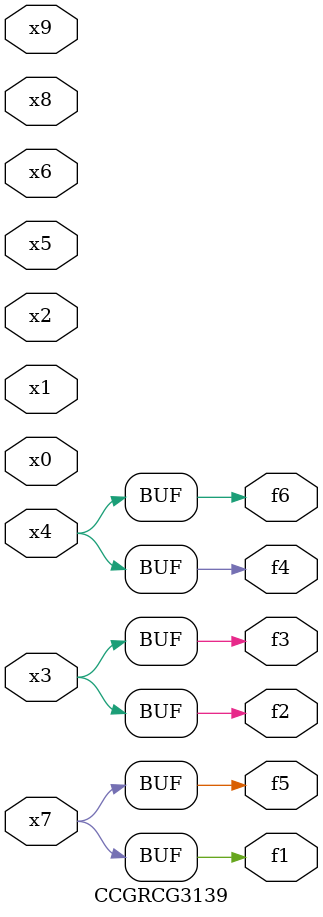
<source format=v>
module CCGRCG3139(
	input x0, x1, x2, x3, x4, x5, x6, x7, x8, x9,
	output f1, f2, f3, f4, f5, f6
);
	assign f1 = x7;
	assign f2 = x3;
	assign f3 = x3;
	assign f4 = x4;
	assign f5 = x7;
	assign f6 = x4;
endmodule

</source>
